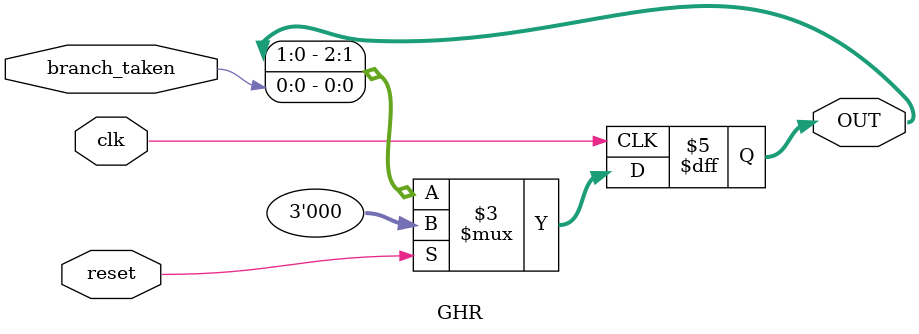
<source format=v>
module GHR (
    input wire clk,
    input wire reset,
    input wire branch_taken,
    output reg [2:0] OUT
);

always @(posedge clk) begin
    if (reset) begin
        OUT <= 3'b000;
    end else begin
        OUT <= {OUT[1:0], branch_taken};
    end
end

endmodule

</source>
